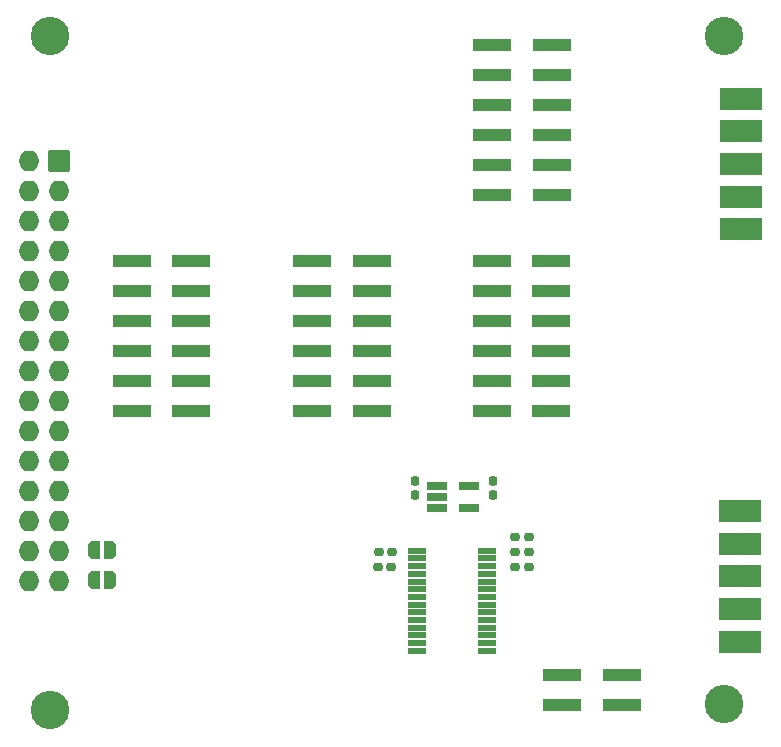
<source format=gbr>
G04 #@! TF.GenerationSoftware,KiCad,Pcbnew,7.0.7*
G04 #@! TF.CreationDate,2023-10-01T11:51:18+11:00*
G04 #@! TF.ProjectId,AnalogDiscovery_rs232_5_wire_sniffer,416e616c-6f67-4446-9973-636f76657279,rev?*
G04 #@! TF.SameCoordinates,PX69618a0PY7bfa480*
G04 #@! TF.FileFunction,Soldermask,Top*
G04 #@! TF.FilePolarity,Negative*
%FSLAX46Y46*%
G04 Gerber Fmt 4.6, Leading zero omitted, Abs format (unit mm)*
G04 Created by KiCad (PCBNEW 7.0.7) date 2023-10-01 11:51:18*
%MOMM*%
%LPD*%
G01*
G04 APERTURE LIST*
G04 Aperture macros list*
%AMRoundRect*
0 Rectangle with rounded corners*
0 $1 Rounding radius*
0 $2 $3 $4 $5 $6 $7 $8 $9 X,Y pos of 4 corners*
0 Add a 4 corners polygon primitive as box body*
4,1,4,$2,$3,$4,$5,$6,$7,$8,$9,$2,$3,0*
0 Add four circle primitives for the rounded corners*
1,1,$1+$1,$2,$3*
1,1,$1+$1,$4,$5*
1,1,$1+$1,$6,$7*
1,1,$1+$1,$8,$9*
0 Add four rect primitives between the rounded corners*
20,1,$1+$1,$2,$3,$4,$5,0*
20,1,$1+$1,$4,$5,$6,$7,0*
20,1,$1+$1,$6,$7,$8,$9,0*
20,1,$1+$1,$8,$9,$2,$3,0*%
%AMFreePoly0*
4,1,35,0.521213,0.771213,0.530000,0.750000,0.530000,-0.750000,0.521213,-0.771213,0.500000,-0.780000,0.000000,-0.780000,-0.012286,-0.774911,-0.071157,-0.774911,-0.079609,-0.773696,-0.216160,-0.733601,-0.223927,-0.730054,-0.343649,-0.653113,-0.350102,-0.647521,-0.443299,-0.539966,-0.447916,-0.532782,-0.507035,-0.403328,-0.509441,-0.395136,-0.529695,-0.254270,-0.530000,-0.250000,-0.530000,0.250000,
-0.529695,0.254270,-0.509441,0.395136,-0.507035,0.403328,-0.447916,0.532782,-0.443299,0.539966,-0.350102,0.647521,-0.343649,0.653113,-0.223927,0.730054,-0.216160,0.733601,-0.079609,0.773696,-0.071157,0.774911,-0.012286,0.774911,0.000000,0.780000,0.500000,0.780000,0.521213,0.771213,0.521213,0.771213,$1*%
%AMFreePoly1*
4,1,35,0.012286,0.774911,0.071157,0.774911,0.079609,0.773696,0.216160,0.733601,0.223927,0.730054,0.343649,0.653113,0.350102,0.647521,0.443299,0.539966,0.447916,0.532782,0.507035,0.403328,0.509441,0.395136,0.529695,0.254270,0.530000,0.250000,0.530000,-0.250000,0.529695,-0.254270,0.509441,-0.395136,0.507035,-0.403328,0.447916,-0.532782,0.443299,-0.539966,0.350102,-0.647521,
0.343649,-0.653113,0.223927,-0.730054,0.216160,-0.733601,0.079609,-0.773696,0.071157,-0.774911,0.012286,-0.774911,0.000000,-0.780000,-0.500000,-0.780000,-0.521213,-0.771213,-0.530000,-0.750000,-0.530000,0.750000,-0.521213,0.771213,-0.500000,0.780000,0.000000,0.780000,0.012286,0.774911,0.012286,0.774911,$1*%
G04 Aperture macros list end*
%ADD10RoundRect,0.030000X-0.850000X-0.850000X0.850000X-0.850000X0.850000X0.850000X-0.850000X0.850000X0*%
%ADD11O,1.760000X1.760000*%
%ADD12RoundRect,0.185000X0.155000X-0.212500X0.155000X0.212500X-0.155000X0.212500X-0.155000X-0.212500X0*%
%ADD13RoundRect,0.030000X-1.575000X-0.500000X1.575000X-0.500000X1.575000X0.500000X-1.575000X0.500000X0*%
%ADD14FreePoly0,0.000000*%
%ADD15FreePoly1,0.000000*%
%ADD16RoundRect,0.185000X-0.212500X-0.155000X0.212500X-0.155000X0.212500X0.155000X-0.212500X0.155000X0*%
%ADD17C,3.260000*%
%ADD18RoundRect,0.185000X0.212500X0.155000X-0.212500X0.155000X-0.212500X-0.155000X0.212500X-0.155000X0*%
%ADD19RoundRect,0.185000X-0.155000X0.212500X-0.155000X-0.212500X0.155000X-0.212500X0.155000X0.212500X0*%
%ADD20RoundRect,0.030000X0.737500X-0.225000X0.737500X0.225000X-0.737500X0.225000X-0.737500X-0.225000X0*%
%ADD21RoundRect,0.030000X1.740000X-0.923333X1.740000X0.923333X-1.740000X0.923333X-1.740000X-0.923333X0*%
%ADD22RoundRect,0.030000X-0.780000X-0.325000X0.780000X-0.325000X0.780000X0.325000X-0.780000X0.325000X0*%
G04 APERTURE END LIST*
D10*
X4300000Y50020000D03*
D11*
X1760000Y50020000D03*
X4300000Y47480000D03*
X1760000Y47480000D03*
X4300000Y44940000D03*
X1760000Y44940000D03*
X4300000Y42400000D03*
X1760000Y42400000D03*
X4300000Y39860000D03*
X1760000Y39860000D03*
X4300000Y37320000D03*
X1760000Y37320000D03*
X4300000Y34780000D03*
X1760000Y34780000D03*
X4300000Y32240000D03*
X1760000Y32240000D03*
X4300000Y29700000D03*
X1760000Y29700000D03*
X4300000Y27160000D03*
X1760000Y27160000D03*
X4300000Y24620000D03*
X1760000Y24620000D03*
X4300000Y22080000D03*
X1760000Y22080000D03*
X4300000Y19540000D03*
X1760000Y19540000D03*
X4300000Y17000000D03*
X1760000Y17000000D03*
X4300000Y14460000D03*
X1760000Y14460000D03*
D12*
X34407000Y21736500D03*
X34407000Y22871500D03*
D13*
X40966000Y59830000D03*
X46016000Y59830000D03*
X40966000Y57290000D03*
X46016000Y57290000D03*
X40966000Y54750000D03*
X46016000Y54750000D03*
X40966000Y52210000D03*
X46016000Y52210000D03*
X40966000Y49670000D03*
X46016000Y49670000D03*
X40966000Y47130000D03*
X46016000Y47130000D03*
D14*
X7305200Y14480800D03*
D15*
X8605200Y14480800D03*
D16*
X31359000Y16910500D03*
X32494000Y16910500D03*
D17*
X3546000Y60531000D03*
D13*
X25719000Y41542000D03*
X30769000Y41542000D03*
X25719000Y39002000D03*
X30769000Y39002000D03*
X25719000Y36462000D03*
X30769000Y36462000D03*
X25719000Y33922000D03*
X30769000Y33922000D03*
X25719000Y31382000D03*
X30769000Y31382000D03*
X25719000Y28842000D03*
X30769000Y28842000D03*
D18*
X44059000Y18180500D03*
X42924000Y18180500D03*
D19*
X41011000Y22871500D03*
X41011000Y21736500D03*
D17*
X60569000Y4016000D03*
D18*
X44059000Y16910500D03*
X42924000Y16910500D03*
D13*
X10456000Y41542000D03*
X15506000Y41542000D03*
X10456000Y39002000D03*
X15506000Y39002000D03*
X10456000Y36462000D03*
X15506000Y36462000D03*
X10456000Y33922000D03*
X15506000Y33922000D03*
X10456000Y31382000D03*
X15506000Y31382000D03*
X10456000Y28842000D03*
X15506000Y28842000D03*
D20*
X34635000Y16981500D03*
X34635000Y16331500D03*
X34635000Y15681500D03*
X34635000Y15031500D03*
X34635000Y14381500D03*
X34635000Y13731500D03*
X34635000Y13081500D03*
X34635000Y12431500D03*
X34635000Y11781500D03*
X34635000Y11131500D03*
X34635000Y10481500D03*
X34635000Y9831500D03*
X34635000Y9181500D03*
X34635000Y8531500D03*
X40511000Y8531500D03*
X40511000Y9181500D03*
X40511000Y9831500D03*
X40511000Y10481500D03*
X40511000Y11131500D03*
X40511000Y11781500D03*
X40511000Y12431500D03*
X40511000Y13081500D03*
X40511000Y13731500D03*
X40511000Y14381500D03*
X40511000Y15031500D03*
X40511000Y15681500D03*
X40511000Y16331500D03*
X40511000Y16981500D03*
D17*
X60569000Y60531000D03*
D21*
X62066000Y55276000D03*
X62066000Y52506000D03*
X62066000Y49736000D03*
X62066000Y46966000D03*
X62066000Y44196000D03*
D18*
X44059000Y15640500D03*
X42924000Y15640500D03*
D13*
X46883000Y6429000D03*
X51933000Y6429000D03*
X46883000Y3889000D03*
X51933000Y3889000D03*
D14*
X7305200Y17020800D03*
D15*
X8605200Y17020800D03*
D17*
X3546000Y3508000D03*
D13*
X40936000Y41542000D03*
X45986000Y41542000D03*
X40936000Y39002000D03*
X45986000Y39002000D03*
X40936000Y36462000D03*
X45986000Y36462000D03*
X40936000Y33922000D03*
X45986000Y33922000D03*
X40936000Y31382000D03*
X45986000Y31382000D03*
X40936000Y28842000D03*
X45986000Y28842000D03*
D22*
X36320000Y22496500D03*
X36320000Y21546500D03*
X36320000Y20596500D03*
X39020000Y20596500D03*
X39020000Y22496500D03*
D21*
X61988500Y9271000D03*
X61988500Y12041000D03*
X61988500Y14811000D03*
X61988500Y17581000D03*
X61988500Y20351000D03*
D16*
X31299500Y15640500D03*
X32434500Y15640500D03*
M02*

</source>
